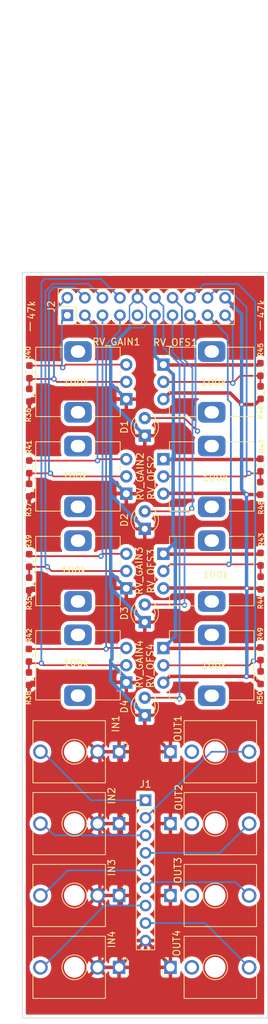
<source format=kicad_pcb>
(kicad_pcb (version 20211014) (generator pcbnew)
  (layers (0 "F.Cu" signal) (31 "B.Cu" signal) (34 "B.Paste" user) (35 "F.Paste" user) (36 "B.SilkS" user "B.Silkscreen") (37 "F.SilkS" user "F.Silkscreen") (38 "B.Mask" user) (39 "F.Mask" user) (44 "Edge.Cuts" user))
  (net 0 "")
  (net 1 "/LED1")
  (net 2 "+5V")
  (net 3 "GND")
  (net 4 "-5V")
  (net 5 "/IN1")
  (net 6 "/IN3")
  (net 7 "/IN2")
  (net 8 "/IN4")
  (net 9 "/OUT1")
  (net 11 "/OUT2")
  (net 13 "/OUT3")
  (net 15 "/OUT4")
  (net 17 "/GAIN1IN")
  (net 18 "/GAIN1OUT")
  (net 19 "/GAIN2IN")
  (net 20 "/GAIN2OUT")
  (net 21 "/GAIN3IN")
  (net 22 "/GAIN3OUT")
  (net 23 "/GAIN4IN")
  (net 24 "/GAIN4OUT")
  (net 26 "/OFFSET4")
  (net 27 "/OFFSET3")
  (net 28 "/OFFSET2")
  (net 29 "/LED3")
  (net 30 "/LED2")
  (net 31 "/LED4")
  (net 32 "/OFFSET1")
  (footprint "Potentiometer_THT:Potentiometer_Alps_RK09K_Single_Vertical" (layer "F.Cu") (at 103.59 52.71)
    (fp_text reference "RV_OFS1")
    (fp_text value "100k")
  )
  (footprint "Library:LED_D3.0mm_Himount" (layer "F.Cu") (at 100.89 76.483333 90)
    (fp_text reference "D2")
    (fp_text value "LED_Dual_Bidirectional")
  )
  (footprint "Potentiometer_THT:Potentiometer_Alps_RK09K_Single_Vertical" (layer "F.Cu") (at 103.59 80.093332)
    (fp_text reference "RV_OFS3")
    (fp_text value "100k")
  )
  (footprint "Potentiometer_THT:Potentiometer_Alps_RK09K_Single_Vertical" (layer "F.Cu") (at 98.21 71.393334 180)
    (fp_text reference "RV_GAIN2")
    (fp_text value "100k")
  )
  (footprint "Connector_Audio:Jack_3.5mm_QingPu_WQP-PJ398SM_Vertical_CircularHoles" (layer "F.Cu") (at 104.61 108.75 90)
    (fp_text reference "OUT1")
    (fp_text value "AudioJack2_SwitchT")
  )
  (footprint "Connector_Audio:Jack_3.5mm_QingPu_WQP-PJ398SM_Vertical_CircularHoles" (layer "F.Cu") (at 97.17 129.556666 -90)
    (fp_text reference "IN3")
    (fp_text value "AudioJack2_SwitchT")
  )
  (footprint "Resistor_SMD:R_0603_1608Metric_Pad0.98x0.95mm_HandSolder" (layer "F.Cu") (at 84.16 57.14 90)
    (fp_text reference "R36")
    (fp_text value "47k")
  )
  (footprint "Resistor_SMD:R_0603_1608Metric_Pad0.98x0.95mm_HandSolder" (layer "F.Cu") (at 84.13 84.46 90)
    (fp_text reference "R35")
    (fp_text value "47k")
  )
  (footprint "Resistor_SMD:R_0603_1608Metric_Pad0.98x0.95mm_HandSolder" (layer "F.Cu") (at 84.17 53.76 90)
    (fp_text reference "R40")
    (fp_text value "47k")
  )
  (footprint "Potentiometer_THT:Potentiometer_Alps_RK09K_Single_Vertical" (layer "F.Cu") (at 98.21 85.09 180)
    (fp_text reference "RV_GAIN3")
    (fp_text value "100k")
  )
  (footprint "Library:LED_D3.0mm_Himount" (layer "F.Cu") (at 100.89 103.47 90)
    (fp_text reference "D4")
    (fp_text value "LED_Dual_Bidirectional")
  )
  (footprint "Connector_Audio:Jack_3.5mm_QingPu_WQP-PJ398SM_Vertical_CircularHoles" (layer "F.Cu") (at 97.17 139.96 -90)
    (fp_text reference "IN4")
    (fp_text value "AudioJack2_SwitchT")
  )
  (footprint "Resistor_SMD:R_0603_1608Metric_Pad0.98x0.95mm_HandSolder" (layer "F.Cu") (at 117.63 70.62 -90)
    (fp_text reference "R48")
    (fp_text value "47k")
  )
  (footprint "Connector_PinHeader_2.54mm:PinHeader_1x09_P2.54mm_Vertical" (layer "F.Cu") (at 101 115.77)
    (fp_text reference "J1")
    (fp_text value "Conn_01x09")
  )
  (footprint "Resistor_SMD:R_0603_1608Metric_Pad0.98x0.95mm_HandSolder" (layer "F.Cu") (at 84.1 94.78 90)
    (fp_text reference "R42")
    (fp_text value "47k")
  )
  (footprint "Potentiometer_THT:Potentiometer_Alps_RK09K_Single_Vertical" (layer "F.Cu") (at 98.21 98.726668 180)
    (fp_text reference "RV_GAIN4")
    (fp_text value "100k")
  )
  (footprint "Resistor_SMD:R_0603_1608Metric_Pad0.98x0.95mm_HandSolder" (layer "F.Cu") (at 84.15 67.51 90)
    (fp_text reference "R41")
    (fp_text value "47k")
  )
  (footprint "Resistor_SMD:R_0603_1608Metric_Pad0.98x0.95mm_HandSolder" (layer "F.Cu") (at 117.66 94.57 -90)
    (fp_text reference "R49")
    (fp_text value "47k")
  )
  (footprint "Connector_Audio:Jack_3.5mm_QingPu_WQP-PJ398SM_Vertical_CircularHoles" (layer "F.Cu") (at 97.17 108.75 -90)
    (fp_text reference "IN1")
    (fp_text value "AudioJack2_SwitchT")
  )
  (footprint "Potentiometer_THT:Potentiometer_Alps_RK09K_Single_Vertical" (layer "F.Cu") (at 98.21 57.706668 180)
    (fp_text reference "RV_GAIN1")
    (fp_text value "100k")
  )
  (footprint "Resistor_SMD:R_0603_1608Metric_Pad0.98x0.95mm_HandSolder" (layer "F.Cu") (at 117.65 53.41 -90)
    (fp_text reference "R45")
    (fp_text value "47k")
  )
  (footprint "Library:LED_D3.0mm_Himount" (layer "F.Cu") (at 100.89 62.99 90)
    (fp_text reference "D1")
    (fp_text value "LED_Dual_Bidirectional")
  )
  (footprint "Potentiometer_THT:Potentiometer_Alps_RK09K_Single_Vertical" (layer "F.Cu") (at 103.59 93.74)
    (fp_text reference "RV_OFS4")
    (fp_text value "100k")
  )
  (footprint "Resistor_SMD:R_0603_1608Metric_Pad0.98x0.95mm_HandSolder" (layer "F.Cu") (at 84.11 98.18 90)
    (fp_text reference "R38")
    (fp_text value "47k")
  )
  (footprint "Library:LED_D3.0mm_Himount" (layer "F.Cu") (at 100.89 89.976666 90)
    (fp_text reference "D3")
    (fp_text value "LED_Dual_Bidirectional")
  )
  (footprint "Connector_Audio:Jack_3.5mm_QingPu_WQP-PJ398SM_Vertical_CircularHoles" (layer "F.Cu") (at 104.61 119.153333 90)
    (fp_text reference "OUT2")
    (fp_text value "AudioJack2_SwitchT")
  )
  (footprint "Connector_Audio:Jack_3.5mm_QingPu_WQP-PJ398SM_Vertical_CircularHoles" (layer "F.Cu") (at 104.61 139.96 90)
    (fp_text reference "OUT4")
    (fp_text value "AudioJack2_SwitchT")
  )
  (footprint "Resistor_SMD:R_0603_1608Metric_Pad0.98x0.95mm_HandSolder" (layer "F.Cu") (at 117.68 98.03 -90)
    (fp_text reference "R50")
    (fp_text value "47k")
  )
  (footprint "Connector_Audio:Jack_3.5mm_QingPu_WQP-PJ398SM_Vertical_CircularHoles" (layer "F.Cu") (at 97.17 119.153333 -90)
    (fp_text reference "IN2")
    (fp_text value "AudioJack2_SwitchT")
  )
  (footprint "Connector_PinHeader_2.54mm:PinHeader_2x10_P2.54mm_Vertical" (layer "F.Cu") (at 89.67 45.57 90)
    (fp_text reference "J2")
    (fp_text value "Conn_02x10_Counter_Clockwise")
  )
  (footprint "Potentiometer_THT:Potentiometer_Alps_RK09K_Single_Vertical" (layer "F.Cu") (at 103.59 66.396666)
    (fp_text reference "RV_OFS2")
    (fp_text value "100k")
  )
  (footprint "Resistor_SMD:R_0603_1608Metric_Pad0.98x0.95mm_HandSolder" (layer "F.Cu") (at 84.13 70.88 90)
    (fp_text reference "R37")
    (fp_text value "47k")
  )
  (footprint "Resistor_SMD:R_0603_1608Metric_Pad0.98x0.95mm_HandSolder" (layer "F.Cu") (at 84.14 81.06 90)
    (fp_text reference "R39")
    (fp_text value "47k")
  )
  (footprint "Resistor_SMD:R_0603_1608Metric_Pad0.98x0.95mm_HandSolder" (layer "F.Cu") (at 117.65 67.25 -90)
    (fp_text reference "R47")
    (fp_text value "47k")
  )
  (footprint "Resistor_SMD:R_0603_1608Metric_Pad0.98x0.95mm_HandSolder" (layer "F.Cu") (at 117.67 56.76 -90)
    (fp_text reference "R46")
    (fp_text value "47k")
  )
  (footprint "Connector_Audio:Jack_3.5mm_QingPu_WQP-PJ398SM_Vertical_CircularHoles" (layer "F.Cu") (at 104.61 129.556666 90)
    (fp_text reference "OUT3")
    (fp_text value "AudioJack2_SwitchT")
  )
  (footprint "Resistor_SMD:R_0603_1608Metric_Pad0.98x0.95mm_HandSolder" (layer "F.Cu") (at 117.68 84.33 -90)
    (fp_text reference "R44")
    (fp_text value "47k")
  )
  (footprint "Resistor_SMD:R_0603_1608Metric_Pad0.98x0.95mm_HandSolder" (layer "F.Cu") (at 117.67 80.87 -90)
    (fp_text reference "R43")
    (fp_text value "47k")
  )
  (gr_line (start 117.635 47.645) (end 117.635 46.42) (layer "F.SilkS") (width 0.15))
  (gr_line (start 84.295 47.815) (end 84.295 46.59) (layer "F.SilkS") (width 0.15))
  (gr_rect (start 83.14 147.305) (end 118.7 39.355) (layer "Edge.Cuts") (width 0.1) (fill none))
  (gr_text "47k" (at 84.49 44.835 90) (layer "F.SilkS") (effects (font (size 1 1))))
  (gr_text "47k" (at 117.83 44.665 90) (layer "F.SilkS") (effects (font (size 1 1))))
  (segment (start 100.89 60.45) (end 106.649988 60.45) (width 0.25) (layer "F.Cu") (net 1))
  (segment (start 106.649988 60.45) (end 108.523502 62.323514) (width 0.25) (layer "F.Cu") (net 1))
  (via (at 108.523502 62.323514) (size 0.8) (drill 0.4) (layers "F.Cu" "B.Cu") (net 1))
  (segment (start 108.248503 46.368503) (end 108.248503 62.048515) (width 0.25) (layer "B.Cu") (net 1))
  (segment (start 107.45 45.57) (end 108.248503 46.368503) (width 0.25) (layer "B.Cu") (net 1))
  (segment (start 108.248503 62.048515) (end 108.523502 62.323514) (width 0.25) (layer "B.Cu") (net 1))
  (segment (start 103.64 80.143332) (end 117.484168 80.143332) (width 0.5) (layer "F.Cu") (net 2))
  (segment (start 117.3875 52.76) (end 117.65 52.4975) (width 0.5) (layer "F.Cu") (net 2))
  (segment (start 117.540834 66.446666) (end 117.65 66.3375) (width 0.5) (layer "F.Cu") (net 2))
  (segment (start 117.484168 80.143332) (end 117.67 79.9575) (width 0.5) (layer "F.Cu") (net 2))
  (segment (start 103.64 66.446666) (end 117.540834 66.446666) (width 0.5) (layer "F.Cu") (net 2))
  (segment (start 103.59 93.74) (end 103.64 93.79) (width 0.5) (layer "F.Cu") (net 2))
  (segment (start 117.5275 93.79) (end 117.66 93.6575) (width 0.5) (layer "F.Cu") (net 2))
  (segment (start 103.59 52.71) (end 103.64 52.76) (width 0.5) (layer "F.Cu") (net 2))
  (segment (start 103.59 66.396666) (end 103.64 66.446666) (width 0.5) (layer "F.Cu") (net 2))
  (segment (start 103.64 93.79) (end 117.5275 93.79) (width 0.5) (layer "F.Cu") (net 2))
  (segment (start 103.64 52.76) (end 117.3875 52.76) (width 0.5) (layer "F.Cu") (net 2))
  (segment (start 103.59 80.093332) (end 103.64 80.143332) (width 0.5) (layer "F.Cu") (net 2))
  (segment (start 105.035499 65.437966) (end 105.158333 65.5608) (width 0.5) (layer "B.Cu") (net 2))
  (segment (start 105.035499 54.155499) (end 105.035499 65.437966) (width 0.5) (layer "B.Cu") (net 2))
  (segment (start 104.995499 65.774501) (end 104.995499 77.485499) (width 0.5) (layer "B.Cu") (net 2))
  (segment (start 105.32 92.01) (end 103.59 93.74) (width 0.5) (layer "B.Cu") (net 2))
  (segment (start 103.59 52.71) (end 105.035499 54.155499) (width 0.5) (layer "B.Cu") (net 2))
  (segment (start 104.99 66.396666) (end 103.59 66.396666) (width 0.5) (layer "B.Cu") (net 2))
  (segment (start 102.37 51.49) (end 103.59 52.71) (width 0.5) (layer "B.Cu") (net 2))
  (segment (start 105.158333 65.611667) (end 104.995499 65.774501) (width 0.5) (layer "B.Cu") (net 2))
  (segment (start 104.995499 77.485499) (end 105.32 77.81) (width 0.5) (layer "B.Cu") (net 2))
  (segment (start 105.32 78.363332) (end 103.59 80.093332) (width 0.5) (layer "B.Cu") (net 2))
  (segment (start 102.37 45.57) (end 102.37 51.49) (width 0.5) (layer "B.Cu") (net 2))
  (segment (start 105.32 77.81) (end 105.32 78.363332) (width 0.5) (layer "B.Cu") (net 2))
  (segment (start 105.158333 65.611667) (end 105.158333 66.228333) (width 0.5) (layer "B.Cu") (net 2))
  (segment (start 105.32 77.81) (end 105.32 92.01) (width 0.5) (layer "B.Cu") (net 2))
  (segment (start 105.158333 66.228333) (end 104.99 66.396666) (width 0.5) (layer "B.Cu") (net 2))
  (segment (start 105.158333 65.5608) (end 105.158333 65.611667) (width 0.5) (layer "B.Cu") (net 2))
  (segment (start 98.16 85.04) (end 84.4625 85.04) (width 0.5) (layer "F.Cu") (net 3))
  (segment (start 97.49 139.6) (end 101 136.09) (width 0.5) (layer "F.Cu") (net 3))
  (segment (start 100.89 105.03) (end 97.17 108.75) (width 0.5) (layer "F.Cu") (net 3))
  (segment (start 97.49 139.96) (end 97.49 129.556666) (width 0.5) (layer "F.Cu") (net 3))
  (segment (start 104.61 129.556666) (end 104.61 119.153333) (width 0.5) (layer "F.Cu") (net 3))
  (segment (start 100.89 105.03) (end 104.61 108.75) (width 0.5) (layer "F.Cu") (net 3))
  (segment (start 94.39 139.96) (end 97.49 139.96) (width 0.5) (layer "F.Cu") (net 3))
  (segment (start 98.16 71.343334) (end 84.579166 71.343334) (width 0.5) (layer "F.Cu") (net 3))
  (segment (start 84.525832 98.676668) (end 98.16 98.676668) (width 0.5) (layer "F.Cu") (net 3))
  (segment (start 104.61 139.96) (end 104.61 129.556666) (width 0.5) (layer "F.Cu") (net 3))
  (segment (start 101 136.09) (end 104.61 139.7) (width 0.5) (layer "F.Cu") (net 3))
  (segment (start 104.61 139.7) (end 104.61 139.96) (width 0.5) (layer "F.Cu") (net 3))
  (segment (start 98.16 57.656668) (end 84.555832 57.656668) (width 0.5) (layer "F.Cu") (net 3))
  (segment (start 98.16 98.676668) (end 98.21 98.726668) (width 0.5) (layer "F.Cu") (net 3))
  (segment (start 94.39 129.556666) (end 94.39 139.96) (width 0.5) (layer "F.Cu") (net 3))
  (segment (start 94.39 119.153333) (end 97.49 119.153333) (width 0.5) (layer "F.Cu") (net 3))
  (segment (start 94.39 108.75) (end 94.39 119.153333) (width 0.5) (layer "F.Cu") (net 3))
  (segment (start 98.21 71.393334) (end 98.16 71.343334) (width 0.5) (layer "F.Cu") (net 3))
  (segment (start 97.49 119.153333) (end 97.49 129.556666) (width 0.5) (layer "F.Cu") (net 3))
  (segment (start 84.555832 57.656668) (end 84.16 58.0525) (width 0.5) (layer "F.Cu") (net 3))
  (segment (start 97.49 129.556666) (end 94.39 129.556666) (width 0.5) (layer "F.Cu") (net 3))
  (segment (start 100.89 103.47) (end 100.89 105.03) (width 0.5) (layer "F.Cu") (net 3))
  (segment (start 84.11 99.0925) (end 84.525832 98.676668) (width 0.5) (layer "F.Cu") (net 3))
  (segment (start 94.39 129.556666) (end 94.39 119.153333) (width 0.5) (layer "F.Cu") (net 3))
  (segment (start 98.21 57.706668) (end 98.16 57.656668) (width 0.5) (layer "F.Cu") (net 3))
  (segment (start 97.49 108.75) (end 97.49 119.153333) (width 0.5) (layer "F.Cu") (net 3))
  (segment (start 98.21 85.09) (end 98.16 85.04) (width 0.5) (layer "F.Cu") (net 3))
  (segment (start 84.579166 71.343334) (end 84.13 71.7925) (width 0.5) (layer "F.Cu") (net 3))
  (segment (start 104.61 139.96) (end 97.49 139.96) (width 0.5) (layer "F.Cu") (net 3))
  (segment (start 97.49 108.75) (end 94.39 108.75) (width 0.5) (layer "F.Cu") (net 3))
  (segment (start 104.61 119.153333) (end 104.61 108.75) (width 0.5) (layer "F.Cu") (net 3))
  (segment (start 97.49 139.96) (end 97.49 139.6) (width 0.5) (layer "F.Cu") (net 3))
  (segment (start 84.4625 85.04) (end 84.13 85.3725) (width 0.5) (layer "F.Cu") (net 3))
  (segment (start 100.66 47.38) (end 98.83 47.38) (width 0.2) (layer "B.Cu") (net 3))
  (segment (start 99.83 43.03) (end 101.13 44.33) (width 0.2) (layer "B.Cu") (net 3))
  (segment (start 95.95 50.15) (end 98.68 47.42) (width 0.5) (layer "B.Cu") (net 3))
  (segment (start 95.95 58.05) (end 100.89 62.99) (width 0.5) (layer "B.Cu") (net 3))
  (segment (start 95.95 84.62) (end 96.1395 84.8095) (width 0.5) (layer "B.Cu") (net 3))
  (segment (start 95.95 69.133334) (end 98.21 71.393334) (width 0.5) (layer "B.Cu") (net 3))
  (segment (start 95.95 55.15) (end 95.95 50.15) (width 0.5) (layer "B.Cu") (net 3))
  (segment (start 95.95 84.62) (end 95.95 85.036666) (width 0.5) (layer "B.Cu") (net 3))
  (segment (start 98.68 44.18) (end 98.68 47.42) (width 0.2) (layer "B.Cu") (net 3))
  (segment (start 95.95 85.036666) (end 100.89 89.976666) (width 0.5) (layer "B.Cu") (net 3))
  (segment (start 95.95 55.15) (end 95.95 58.05) (width 0.5) (layer "B.Cu") (net 3))
  (segment (start 95.95 95.51) (end 95.95 98.53) (width 0.5) (layer "B.Cu") (net 3))
  (segment (start 98.21 57.706668) (end 95.95 55.446668) (width 0.5) (layer "B.Cu") (net 3))
  (segment (start 101.13 44.33) (end 101.13 46.91) (width 0.2) (layer "B.Cu") (net 3))
  (segment (start 95.95 82.33) (end 95.95 84.62) (width 0.5) (layer "B.Cu") (net 3))
  (segment (start 95.95 68.8) (end 95.95 69.133334) (width 0.5) (layer "B.Cu") (net 3))
  (segment (start 95.95 71.543333) (end 100.89 76.483333) (width 0.5) (layer "B.Cu") (net 3))
  (segment (start 95.95 68.8) (end 95.95 71.25) (width 0.5) (layer "B.Cu") (net 3))
  (segment (start 95.95 95.51) (end 95.95 95.875857) (width 0.5) (layer "B.Cu") (net 3))
  (segment (start 99.83 43.03) (end 98.68 44.18) (width 0.2) (layer "B.Cu") (net 3))
  (segment (start 98.21 98.135857) (end 98.21 98.726668) (width 0.5) (layer "B.Cu") (net 3))
  (segment (start 95.95 71.25) (end 95.95 82.33) (width 0.5) (layer "B.Cu") (net 3))
  (segment (start 98.68 47.42) (end 98.74 47.48) (width 0.2) (layer "B.Cu") (net 3))
  (segment (start 96.1395 95.3205) (end 95.95 95.51) (width 0.5) (layer "B.Cu") (net 3))
  (segment (start 101.13 46.91) (end 100.66 47.38) (width 0.2) (layer "B.Cu") (net 3))
  (segment (start 95.95 98.53) (end 100.89 103.47) (width 0.5) (layer "B.Cu") (net 3))
  (segment (start 95.95 58.05) (end 95.95 68.8) (width 0.5) (layer "B.Cu") (net 3))
  (segment (start 95.95 55.446668) (end 95.95 55.15) (width 0.5) (layer "B.Cu") (net 3))
  (segment (start 96.1395 84.8095) (end 96.1395 95.3205) (width 0.5) (layer "B.Cu") (net 3))
  (segment (start 95.95 95.875857) (end 98.21 98.135857) (width 0.5) (layer "B.Cu") (net 3))
  (segment (start 95.95 71.25) (end 95.95 71.543333) (width 0.5) (layer "B.Cu") (net 3))
  (segment (start 95.95 82.33) (end 95.95 82.83) (width 0.5) (layer "B.Cu") (net 3))
  (segment (start 95.95 82.83) (end 98.21 85.09) (width 0.5) (layer "B.Cu") (net 3))
  (segment (start 103.59 98.74) (end 104.49 97.84) (width 0.5) (layer "F.Cu") (net 4))
  (segment (start 103.64 85.043332) (end 103.59 85.093332) (width 0.5) (layer "F.Cu") (net 4))
  (segment (start 117.5275 85.09) (end 117.68 85.2425) (width 0.5) (layer "F.Cu") (net 4))
  (segment (start 115.466666 71.346666) (end 103.64 71.346666) (width 0.5) (layer "F.Cu") (net 4))
  (segment (start 115.64 71.52) (end 115.466666 71.346666) (width 0.5) (layer "F.Cu") (net 4))
  (segment (start 116.5775 97.84) (end 117.68 98.9425) (width 0.5) (layer "F.Cu") (net 4))
  (segment (start 117.67 57.6725) (end 116.85943 58.48307) (width 0.5) (layer "F.Cu") (net 4))
  (segment (start 104.49 97.84) (end 115.63 97.84) (width 0.5) (layer "F.Cu") (net 4))
  (segment (start 103.64 71.346666) (end 103.59 71.396666) (width 0.5) (layer "F.Cu") (net 4))
  (segment (start 115.68 85.09) (end 115.633332 85.043332) (width 0.5) (layer "F.Cu") (net 4))
  (segment (start 115.633332 85.043332) (end 103.64 85.043332) (width 0.5) (layer "F.Cu") (net 4))
  (segment (start 115.63 97.84) (end 116.5775 97.84) (width 0.5) (layer "F.Cu") (net 4))
  (segment (start 116.85943 58.48307) (end 114.9255 58.48307) (width 0.5) (layer "F.Cu") (net 4))
  (segment (start 113.25243 56.81) (end 114.9255 58.48307) (width 0.5) (layer "F.Cu") (net 4))
  (segment (start 117.6175 71.52) (end 117.63 71.5325) (width 0.5) (layer "F.Cu") (net 4))
  (segment (start 104.49 56.81) (end 113.25243 56.81) (width 0.5) (layer "F.Cu") (net 4))
  (segment (start 115.64 71.52) (end 117.6175 71.52) (width 0.5) (layer "F.Cu") (net 4))
  (segment (start 115.68 85.09) (end 117.5275 85.09) (width 0.5) (layer "F.Cu") (net 4))
  (segment (start 103.59 57.71) (end 104.49 56.81) (width 0.5) (layer "F.Cu") (net 4))
  (via (at 115.68 85.09) (size 0.8) (drill 0.4) (layers "F.Cu" "B.Cu") (net 4))
  (via (at 115.63 97.84) (size 0.8) (drill 0.4) (layers "F.Cu" "B.Cu") (net 4))
  (via (at 115.64 71.52) (size 0.8) (drill 0.4) (layers "F.Cu" "B.Cu") (net 4))
  (via (at 114.9255 58.48307) (size 0.8) (drill 0.4) (layers "F.Cu" "B.Cu") (net 4))
  (segment (start 112.53 43.03) (end 114.9255 45.4255) (width 0.5) (layer "B.Cu") (net 4))
  (segment (start 114.9255 70.8055) (end 114.9255 58.48307) (width 0.5) (layer "B.Cu") (net 4))
  (segment (start 115.64 71.52) (end 115.64 85.05) (width 0.5) (layer "B.Cu") (net 4))
  (segment (start 115.68 85.09) (end 115.68 97.79) (width 0.5) (layer "B.Cu") (net 4))
  (segment (start 114.9255 45.4255) (end 114.9255 58.48307) (width 0.5) (layer "B.Cu") (net 4))
  (segment (start 115.64 85.05) (end 115.68 85.09) (width 0.5) (layer "B.Cu") (net 4))
  (segment (start 115.64 71.52) (end 114.9255 70.8055) (width 0.5) (layer "B.Cu") (net 4))
  (segment (start 115.68 97.79) (end 115.63 97.84) (width 0.5) (layer "B.Cu") (net 4))
  (segment (start 93.11 115.77) (end 101 115.77) (width 0.25) (layer "B.Cu") (net 5))
  (segment (start 86.09 108.75) (end 93.11 115.77) (width 0.25) (layer "B.Cu") (net 5))
  (segment (start 89.716666 125.93) (end 101 125.93) (width 0.25) (layer "B.Cu") (net 6))
  (segment (start 86.09 129.556666) (end 89.716666 125.93) (width 0.25) (layer "B.Cu") (net 6))
  (segment (start 87.786667 120.85) (end 101 120.85) (width 0.25) (layer "B.Cu") (net 7))
  (segment (start 86.09 119.153333) (end 87.786667 120.85) (width 0.25) (layer "B.Cu") (net 7))
  (segment (start 95.04 131.01) (end 101 131.01) (width 0.25) (layer "B.Cu") (net 8))
  (segment (start 86.09 139.96) (end 95.04 131.01) (width 0.25) (layer "B.Cu") (net 8))
  (segment (start 110.56 108.75) (end 101 118.31) (width 0.25) (layer "B.Cu") (net 9))
  (segment (start 116.01 108.75) (end 110.56 108.75) (width 0.25) (layer "B.Cu") (net 9))
  (segment (start 116.01 119.153333) (end 111.773333 123.39) (width 0.25) (layer "B.Cu") (net 11))
  (segment (start 111.773333 123.39) (end 101 123.39) (width 0.25) (layer "B.Cu") (net 11))
  (segment (start 116.01 129.556666) (end 114.073334 127.62) (width 0.25) (layer "B.Cu") (net 13))
  (segment (start 101.85 127.62) (end 101 128.47) (width 0.25) (layer "B.Cu") (net 13))
  (segment (start 114.073334 127.62) (end 101.85 127.62) (width 0.25) (layer "B.Cu") (net 13))
  (segment (start 109.6 133.55) (end 101 133.55) (width 0.25) (layer "B.Cu") (net 15))
  (segment (start 116.01 139.96) (end 109.6 133.55) (width 0.25) (layer "B.Cu") (net 15))
  (segment (start 89 53.15) (end 89.443332 52.706668) (width 0.25) (layer "F.Cu") (net 17))
  (segment (start 89.443332 52.706668) (end 98.21 52.706668) (width 0.25) (layer "F.Cu") (net 17))
  (segment (start 88.6975 52.8475) (end 84.17 52.8475) (width 0.25) (layer "F.Cu") (net 17))
  (segment (start 89 53.15) (end 88.6975 52.8475) (width 0.25) (layer "F.Cu") (net 17))
  (via (at 89 53.15) (size 0.8) (drill 0.4) (layers "F.Cu" "B.Cu") (net 17))
  (segment (start 89.67 45.57) (end 88.885 46.355) (width 0.25) (layer "B.Cu") (net 17))
  (segment (start 88.885 46.355) (end 88.885 53.035) (width 0.25) (layer "B.Cu") (net 17))
  (segment (start 88.885 53.035) (end 89 53.15) (width 0.25) (layer "B.Cu") (net 17))
  (segment (start 88.146668 55.206668) (end 98.21 55.206668) (width 0.25) (layer "F.Cu") (net 18))
  (segment (start 84.2875 54.79) (end 84.17 54.6725) (width 0.25) (layer "F.Cu") (net 18))
  (segment (start 87.73 54.79) (end 88.146668 55.206668) (width 0.25) (layer "F.Cu") (net 18))
  (segment (start 84.17 54.6725) (end 84.17 56.2175) (width 0.25) (layer "F.Cu") (net 18))
  (segment (start 84.17 56.2175) (end 84.16 56.2275) (width 0.25) (layer "F.Cu") (net 18))
  (segment (start 87.73 54.79) (end 84.2875 54.79) (width 0.25) (layer "F.Cu") (net 18))
  (via (at 87.73 54.79) (size 0.8) (drill 0.4) (layers "F.Cu" "B.Cu") (net 18))
  (segment (start 87.73 44.97) (end 87.73 54.79) (width 0.25) (layer "B.Cu") (net 18))
  (segment (start 89.67 43.03) (end 87.73 44.97) (width 0.25) (layer "B.Cu") (net 18))
  (segment (start 94.04 66.61) (end 94.256666 66.393334) (width 0.25) (layer "F.Cu") (net 19))
  (segment (start 94.256666 66.393334) (end 98.21 66.393334) (width 0.25) (layer "F.Cu") (net 19))
  (segment (start 94.04 66.61) (end 84.1625 66.61) (width 0.25) (layer "F.Cu") (net 19))
  (segment (start 84.1625 66.61) (end 84.15 66.5975) (width 0.25) (layer "F.Cu") (net 19))
  (via (at 94.04 66.61) (size 0.8) (drill 0.4) (layers "F.Cu" "B.Cu") (net 19))
  (segment (start 94.04 47.4) (end 94.04 66.61) (width 0.25) (layer "B.Cu") (net 19))
  (segment (start 92.21 45.57) (end 94.04 47.4) (width 0.25) (layer "B.Cu") (net 19))
  (segment (start 87.22 68.45) (end 84.1775 68.45) (width 0.25) (layer "F.Cu") (net 20))
  (segment (start 84.1775 68.45) (end 84.15 68.4225) (width 0.25) (layer "F.Cu") (net 20))
  (segment (start 87.663334 68.893334) (end 98.21 68.893334) (width 0.25) (layer "F.Cu") (net 20))
  (segment (start 84.15 69.9475) (end 84.13 69.9675) (width 0.25) (layer "F.Cu") (net 20))
  (segment (start 87.22 68.45) (end 87.663334 68.893334) (width 0.25) (layer "F.Cu") (net 20))
  (segment (start 84.15 68.4225) (end 84.15 69.9475) (width 0.25) (layer "F.Cu") (net 20))
  (via (at 87.22 68.45) (size 0.8) (drill 0.4) (layers "F.Cu" "B.Cu") (net 20))
  (segment (start 92.21 43.03) (end 90.71 41.53) (width 0.25) (layer "B.Cu") (net 20))
  (segment (start 87.0055 42.2245) (end 87.0055 68.2355) (width 0.25) (layer "B.Cu") (net 20))
  (segment (start 87.7 41.53) (end 87.0055 42.2245) (width 0.25) (layer "B.Cu") (net 20))
  (segment (start 90.71 41.53) (end 87.7 41.53) (width 0.25) (layer "B.Cu") (net 20))
  (segment (start 87.0055 68.2355) (end 87.22 68.45) (width 0.25) (layer "B.Cu") (net 20))
  (segment (start 84.4325 80.44) (end 84.14 80.1475) (width 0.25) (layer "F.Cu") (net 21))
  (segment (start 94.89 80.09) (end 98.21 80.09) (width 0.25) (layer "F.Cu") (net 21))
  (segment (start 94.54 80.44) (end 94.89 80.09) (width 0.25) (layer "F.Cu") (net 21))
  (segment (start 94.54 80.44) (end 84.4325 80.44) (width 0.25) (layer "F.Cu") (net 21))
  (via (at 94.54 80.44) (size 0.8) (drill 0.4) (layers "F.Cu" "B.Cu") (net 21))
  (segment (start 94.75 45.57) (end 94.7645 45.5845) (width 0.25) (layer "B.Cu") (net 21))
  (segment (start 94.7645 45.5845) (end 94.7645 80.2155) (width 0.25) (layer "B.Cu") (net 21))
  (segment (start 94.7645 80.2155) (end 94.54 80.44) (width 0.25) (layer "B.Cu") (net 21))
  (segment (start 84.14 81.9725) (end 84.14 83.5375) (width 0.25) (layer "F.Cu") (net 22))
  (segment (start 84.1475 81.98) (end 84.14 81.9725) (width 0.25) (layer "F.Cu") (net 22))
  (segment (start 86.78 81.98) (end 84.1475 81.98) (width 0.25) (layer "F.Cu") (net 22))
  (segment (start 84.14 83.5375) (end 84.13 83.5475) (width 0.25) (layer "F.Cu") (net 22))
  (segment (start 87.39 82.59) (end 98.21 82.59) (width 0.25) (layer "F.Cu") (net 22))
  (segment (start 86.78 81.98) (end 87.39 82.59) (width 0.25) (layer "F.Cu") (net 22))
  (via (at 86.78 81.98) (size 0.8) (drill 0.4) (layers "F.Cu" "B.Cu") (net 22))
  (segment (start 94.75 43.03) (end 92.73 41.01) (width 0.25) (layer "B.Cu") (net 22))
  (segment (start 86.4955 42.09881) (end 86.4955 81.6955) (width 0.25) (layer "B.Cu") (net 22))
  (segment (start 92.73 41.01) (end 87.58431 41.01) (width 0.25) (layer "B.Cu") (net 22))
  (segment (start 87.58431 41.01) (end 86.4955 42.09881) (width 0.25) (layer "B.Cu") (net 22))
  (segment (start 86.4955 81.6955) (end 86.78 81.98) (width 0.25) (layer "B.Cu") (net 22))
  (segment (start 95.29 93.88) (end 95.443332 93.726668) (width 0.25) (layer "F.Cu") (net 23))
  (segment (start 84.1125 93.88) (end 84.1 93.8675) (width 0.25) (layer "F.Cu") (net 23))
  (segment (start 95.29 93.88) (end 84.1125 93.88) (width 0.25) (layer "F.Cu") (net 23))
  (segment (start 95.443332 93.726668) (end 98.21 93.726668) (width 0.25) (layer "F.Cu") (net 23))
  (via (at 95.29 93.88) (size 0.8) (drill 0.4) (layers "F.Cu" "B.Cu") (net 23))
  (segment (start 95.35 49.74) (end 95.29 49.8) (width 0.25) (layer "B.Cu") (net 23))
  (segment (start 97.29 45.57) (end 97.29 47.8) (width 0.25) (layer "B.Cu") (net 23))
  (segment (start 97.29 47.8) (end 95.35 49.74) (width 0.25) (layer "B.Cu") (net 23))
  (segment (start 95.29 49.8) (end 95.29 93.88) (width 0.25) (layer "B.Cu") (net 23))
  (segment (start 84.1 97.2575) (end 84.11 97.2675) (width 0.25) (layer "F.Cu") (net 24))
  (segment (start 85.91 95.94) (end 84.3475 95.94) (width 0.25) (layer "F.Cu") (net 24))
  (segment (start 84.1 95.6925) (end 84.1 97.2575) (width 0.25) (layer "F.Cu") (net 24))
  (segment (start 84.3475 95.94) (end 84.1 95.6925) (width 0.25) (layer "F.Cu") (net 24))
  (segment (start 86.196668 96.226668) (end 98.21 96.226668) (width 0.25) (layer "F.Cu") (net 24))
  (segment (start 85.91 95.94) (end 86.196668 96.226668) (width 0.25) (layer "F.Cu") (net 24))
  (via (at 85.91 95.94) (size 0.8) (drill 0.4) (layers "F.Cu" "B.Cu") (net 24))
  (segment (start 94.57 40.31) (end 86.38 40.31) (width 0.25) (layer "B.Cu") (net 24))
  (segment (start 97.29 43.03) (end 94.57 40.31) (width 0.25) (layer "B.Cu") (net 24))
  (segment (start 86.38 40.31) (end 85.91 40.78) (width 0.25) (layer "B.Cu") (net 24))
  (segment (start 85.91 40.78) (end 85.91 95.94) (width 0.25) (layer "B.Cu") (net 24))
  (segment (start 117.66 97.0975) (end 117.68 97.1175) (width 0.25) (layer "F.Cu") (net 26))
  (segment (start 117.66 95.4825) (end 117.66 97.0975) (width 0.25) (layer "F.Cu") (net 26))
  (segment (start 116.64 95.63) (end 116.03 96.24) (width 0.25) (layer "F.Cu") (net 26))
  (segment (start 117.5125 95.63) (end 117.66 95.4825) (width 0.25) (layer "F.Cu") (net 26))
  (segment (start 116.03 96.24) (end 103.59 96.24) (width 0.25) (layer "F.Cu") (net 26))
  (segment (start 116.64 95.63) (end 117.5125 95.63) (width 0.25) (layer "F.Cu") (net 26))
  (via (at 116.64 95.63) (size 0.8) (drill 0.4) (layers "F.Cu" "B.Cu") (net 26))
  (segment (start 107.45 43.03) (end 109.429002 41.050998) (width 0.25) (layer "B.Cu") (net 26))
  (segment (start 109.429002 41.050998) (end 114.385934 41.050998) (width 0.25) (layer "B.Cu") (net 26))
  (segment (start 116.889501 43.554565) (end 116.889501 95.380499) (width 0.25) (layer "B.Cu") (net 26))
  (segment (start 114.385934 41.050998) (end 116.889501 43.554565) (width 0.25) (layer "B.Cu") (net 26))
  (segment (start 116.889501 95.380499) (end 116.64 95.63) (width 0.25) (layer "B.Cu") (net 26))
  (segment (start 117.67 81.7825) (end 117.67 83.4075) (width 0.25) (layer "F.Cu") (net 27))
  (segment (start 113.07 81.62) (end 104.563332 81.62) (width 0.25) (layer "F.Cu") (net 27))
  (segment (start 113.07 81.62) (end 117.5075 81.62) (width 0.25) (layer "F.Cu") (net 27))
  (segment (start 117.67 83.4075) (end 117.68 83.4175) (width 0.25) (layer "F.Cu") (net 27))
  (segment (start 104.563332 81.62) (end 103.59 82.593332) (width 0.25) (layer "F.Cu") (net 27))
  (segment (start 117.5075 81.62) (end 117.67 81.7825) (width 0.25) (layer "F.Cu") (net 27))
  (via (at 113.07 81.62) (size 0.8) (drill 0.4) (layers "F.Cu" "B.Cu") (net 27))
  (segment (start 113.364501 58.228531) (end 113.364501 81.325499) (width 0.25) (layer "B.Cu") (net 27))
  (segment (start 109.99 45.57) (end 112.915 48.495) (width 0.25) (layer "B.Cu") (net 27))
  (segment (start 112.915 48.495) (end 112.915 57.77903) (width 0.25) (layer "B.Cu") (net 27))
  (segment (start 112.915 57.77903) (end 113.364501 58.228531) (width 0.25) (layer "B.Cu") (net 27))
  (segment (start 113.364501 81.325499) (end 113.07 81.62) (width 0.25) (layer "B.Cu") (net 27))
  (segment (start 117.3625 68.45) (end 117.65 68.1625) (width 0.25) (layer "F.Cu") (net 28))
  (segment (start 115.533334 68.896666) (end 103.59 68.896666) (width 0.25) (layer "F.Cu") (net 28))
  (segment (start 115.98 68.45) (end 117.3625 68.45) (width 0.25) (layer "F.Cu") (net 28))
  (segment (start 117.65 69.6875) (end 117.63 69.7075) (width 0.25) (layer "F.Cu") (net 28))
  (segment (start 115.98 68.45) (end 115.533334 68.896666) (width 0.25) (layer "F.Cu") (net 28))
  (segment (start 117.65 68.1625) (end 117.65 69.6875) (width 0.25) (layer "F.Cu") (net 28))
  (via (at 115.98 68.45) (size 0.8) (drill 0.4) (layers "F.Cu" "B.Cu") (net 28))
  (segment (start 115.65 44.4) (end 115.65 47.94) (width 0.25) (layer "B.Cu") (net 28))
  (segment (start 115.65 68.12) (end 115.98 68.45) (width 0.25) (layer "B.Cu") (net 28))
  (segment (start 109.99 43.03) (end 111.165 41.855) (width 0.25) (layer "B.Cu") (net 28))
  (segment (start 111.165 41.855) (end 113.105 41.855) (width 0.25) (layer "B.Cu") (net 28))
  (segment (start 113.105 41.855) (end 115.65 44.4) (width 0.25) (layer "B.Cu") (net 28))
  (segment (start 115.65 47.94) (end 115.65 68.12) (width 0.25) (layer "B.Cu") (net 28))
  (segment (start 100.89 87.436666) (end 106.565237 87.436666) (width 0.25) (layer "F.Cu") (net 29))
  (segment (start 106.565237 87.436666) (end 106.6545 87.525929) (width 0.25) (layer "F.Cu") (net 29))
  (via (at 106.6545 87.525929) (size 0.8) (drill 0.4) (layers "F.Cu" "B.Cu") (net 29))
  (segment (start 104.91 45.57) (end 104.91 50.94431) (width 0.25) (layer "B.Cu") (net 29))
  (segment (start 104.91 50.94431) (end 106.649501 52.683811) (width 0.25) (layer "B.Cu") (net 29))
  (segment (start 106.649501 52.683811) (end 106.649501 87.116189) (width 0.25) (layer "B.Cu") (net 29))
  (segment (start 106.649501 87.116189) (end 106.6545 87.121188) (width 0.25) (layer "B.Cu") (net 29))
  (segment (start 106.6545 87.121188) (end 106.6545 87.525929) (width 0.25) (layer "B.Cu") (net 29))
  (segment (start 107.290668 73.943333) (end 107.694001 73.54) (width 0.25) (layer "F.Cu") (net 30))
  (segment (start 100.89 73.943333) (end 107.290668 73.943333) (width 0.25) (layer "F.Cu") (net 30))
  (via (at 107.694001 73.54) (size 0.8) (drill 0.4) (layers "F.Cu" "B.Cu") (net 30))
  (segment (start 106.269501 44.389501) (end 106.269501 51.668121) (width 0.25) (layer "B.Cu") (net 30))
  (segment (start 107.799002 53.197622) (end 107.799002 73.434999) (width 0.25) (layer "B.Cu") (net 30))
  (segment (start 106.269501 51.668121) (end 107.799002 53.197622) (width 0.25) (layer "B.Cu") (net 30))
  (segment (start 107.799002 73.434999) (end 107.694001 73.54) (width 0.25) (layer "B.Cu") (net 30))
  (segment (start 104.91 43.03) (end 106.269501 44.389501) (width 0.25) (layer "B.Cu") (net 30))
  (segment (start 105.78 100.93) (end 100.89 100.93) (width 0.25) (layer "F.Cu") (net 31))
  (segment (start 105.93 101.08) (end 105.78 100.93) (width 0.25) (layer "F.Cu") (net 31))
  (via (at 105.93 101.08) (size 0.8) (drill 0.4) (layers "F.Cu" "B.Cu") (net 31))
  (segment (start 102.37 43.03) (end 103.6 44.26) (width 0.25) (layer "B.Cu") (net 31))
  (segment (start 103.6 50.27) (end 105.93 52.6) (width 0.25) (layer "B.Cu") (net 31))
  (segment (start 103.6 46.24) (end 103.6 50.27) (width 0.25) (layer "B.Cu") (net 31))
  (segment (start 105.93 52.6) (end 105.93 101.08) (width 0.25) (layer "B.Cu") (net 31))
  (segment (start 103.6 44.26) (end 103.6 46.24) (width 0.25) (layer "B.Cu") (net 31))
  (segment (start 113.457001 55.21) (end 113.6395 55.392499) (width 0.25) (layer "F.Cu") (net 32))
  (segment (start 117.65 55.8275) (end 117.67 55.8475) (width 0.25) (layer "F.Cu") (net 32))
  (segment (start 114.709499 54.3225) (end 113.6395 55.392499) (width 0.25) (layer "F.Cu") (net 32))
  (segment (start 117.65 54.3225) (end 114.709499 54.3225) (width 0.25) (layer "F.Cu") (net 32))
  (segment (start 117.65 54.3225) (end 117.65 55.8275) (width 0.25) (layer "F.Cu") (net 32))
  (segment (start 103.59 55.21) (end 113.457001 55.21) (width 0.25) (layer "F.Cu") (net 32))
  (via (at 113.6395 55.392499) (size 0.8) (drill 0.4) (layers "F.Cu" "B.Cu") (net 32))
  (segment (start 113.6395 46.6795) (end 113.6395 55.392499) (width 0.25) (layer "B.Cu") (net 32))
  (segment (start 112.53 45.57) (end 113.6395 46.6795) (width 0.25) (layer "B.Cu") (net 32))
  (zone (net 3) (net_name "GND") (layer "F.Cu") (connect_pads (clearance 0.508)) (min_thickness 0.254) (fill yes (thermal_gap 0.508) (thermal_bridge_width 0.508))
    (polygon (pts (xy 118.7 147.325) (xy 83.25 147.275) (xy 83.275 39.4) (xy 118.625 39.35)))
  )
)
</source>
